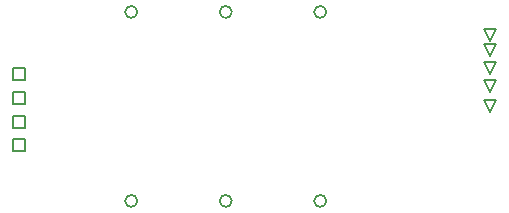
<source format=gbr>
G04*
G04 #@! TF.GenerationSoftware,Altium Limited,Altium Designer,23.0.1 (38)*
G04*
G04 Layer_Color=2752767*
%FSLAX24Y24*%
%MOIN*%
G70*
G04*
G04 #@! TF.SameCoordinates,76AA6A9F-6522-488D-AC0F-A5AD469E9F3A*
G04*
G04*
G04 #@! TF.FilePolarity,Positive*
G04*
G01*
G75*
%ADD12C,0.0050*%
%ADD34C,0.0067*%
D12*
X39200Y35775D02*
Y36175D01*
X39600D01*
Y35775D01*
X39200D01*
Y36563D02*
Y36963D01*
X39600D01*
Y36563D01*
X39200D01*
Y37350D02*
Y37750D01*
X39600D01*
Y37350D01*
X39200D01*
Y38137D02*
Y38537D01*
X39600D01*
Y38137D01*
X39200D01*
X55100Y39450D02*
X54900Y39850D01*
X55300D01*
X55100Y39450D01*
Y37100D02*
X54900Y37500D01*
X55300D01*
X55100Y37100D01*
Y37750D02*
X54900Y38150D01*
X55300D01*
X55100Y37750D01*
Y38350D02*
X54900Y38750D01*
X55300D01*
X55100Y38350D01*
Y38950D02*
X54900Y39350D01*
X55300D01*
X55100Y38950D01*
D34*
X46495Y40421D02*
G03*
X46495Y40421I-200J0D01*
G01*
X49644D02*
G03*
X49644Y40421I-200J0D01*
G01*
X43345D02*
G03*
X43345Y40421I-200J0D01*
G01*
Y34122D02*
G03*
X43345Y34122I-200J0D01*
G01*
X46495D02*
G03*
X46495Y34122I-200J0D01*
G01*
X49644D02*
G03*
X49644Y34122I-200J0D01*
G01*
M02*

</source>
